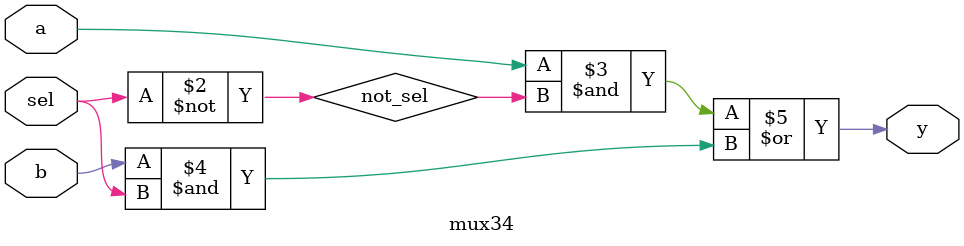
<source format=v>
module mux34 (input a, b, sel,
                    output reg y);

    reg not_sel;

    always @(*) begin
        not_sel = ~sel;
        y = (a & not_sel) | (b & sel);
    end
     
endmodule
</source>
